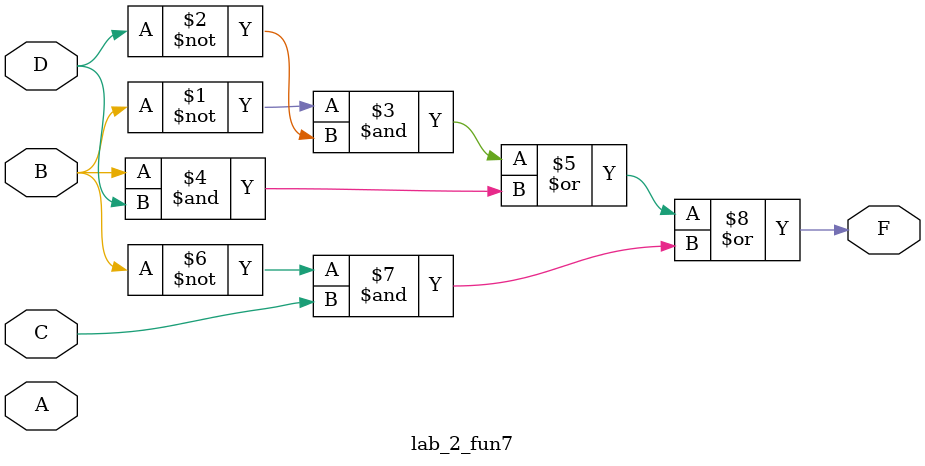
<source format=v>
module lab_2_fun7(input A, B, C, D, output F);

	assign F = (~B & ~D) | (B & D) | (~B & C);

endmodule

</source>
